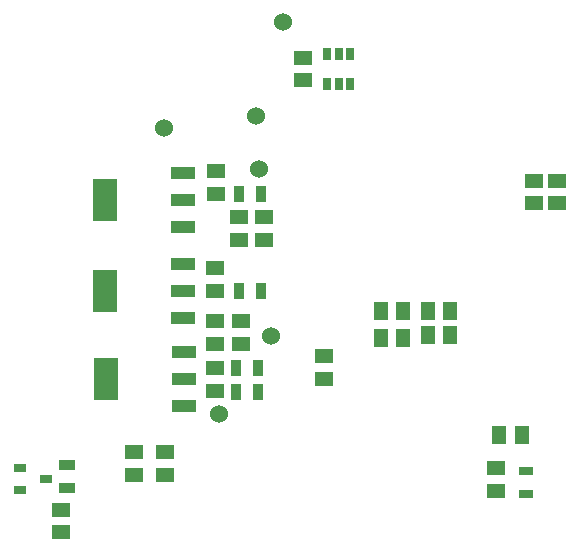
<source format=gbp>
%FSLAX34Y34*%
G04 Gerber Fmt 3.4, Leading zero omitted, Abs format*
G04 (created by PCBNEW (2014-06-12 BZR 4942)-product) date Mon 16 Jun 2014 06:59:23 PM PDT*
%MOIN*%
G01*
G70*
G90*
G04 APERTURE LIST*
%ADD10C,0.003937*%
%ADD11C,0.060000*%
%ADD12R,0.059000X0.051200*%
%ADD13R,0.051200X0.059000*%
%ADD14R,0.035000X0.055000*%
%ADD15R,0.055000X0.035000*%
%ADD16R,0.039400X0.031500*%
%ADD17R,0.047200X0.031500*%
%ADD18R,0.080000X0.144000*%
%ADD19R,0.080000X0.040000*%
%ADD20R,0.027600X0.039400*%
G04 APERTURE END LIST*
G54D10*
G54D11*
X56255Y-28031D03*
G54D12*
X53425Y-29310D03*
X53425Y-30060D03*
X56929Y-21475D03*
X56929Y-22225D03*
X54448Y-29310D03*
X54448Y-30060D03*
X57755Y-21475D03*
X57755Y-22225D03*
X56102Y-27264D03*
X56102Y-26514D03*
X56141Y-20689D03*
X56141Y-19939D03*
X66732Y-21004D03*
X66732Y-20254D03*
X67519Y-21004D03*
X67519Y-20254D03*
G54D13*
X62382Y-24606D03*
X61632Y-24606D03*
X62382Y-25492D03*
X61632Y-25492D03*
G54D12*
X59744Y-26101D03*
X59744Y-26851D03*
X56102Y-24939D03*
X56102Y-25689D03*
X56988Y-24939D03*
X56988Y-25689D03*
G54D13*
X66339Y-28740D03*
X65589Y-28740D03*
G54D12*
X65472Y-29841D03*
X65472Y-30591D03*
X56102Y-23918D03*
X56102Y-23168D03*
G54D13*
X63957Y-24606D03*
X63207Y-24606D03*
X63957Y-25393D03*
X63207Y-25393D03*
G54D12*
X59055Y-16910D03*
X59055Y-16160D03*
X50984Y-31219D03*
X50984Y-31969D03*
G54D14*
X56810Y-27283D03*
X57560Y-27283D03*
X56810Y-26496D03*
X57560Y-26496D03*
X56908Y-20688D03*
X57658Y-20688D03*
X56908Y-23937D03*
X57658Y-23937D03*
G54D15*
X51181Y-29743D03*
X51181Y-30493D03*
G54D11*
X57480Y-18110D03*
X58366Y-14960D03*
X57992Y-25433D03*
X54429Y-18503D03*
G54D16*
X50472Y-30196D03*
X49606Y-29821D03*
X49606Y-30571D03*
G54D17*
X66496Y-30708D03*
X66496Y-29920D03*
G54D11*
X57578Y-19881D03*
G54D18*
X52479Y-26850D03*
G54D19*
X55079Y-26850D03*
X55079Y-27750D03*
X55079Y-25950D03*
G54D18*
X52440Y-20905D03*
G54D19*
X55040Y-20905D03*
X55040Y-21805D03*
X55040Y-20005D03*
G54D18*
X52440Y-23937D03*
G54D19*
X55040Y-23937D03*
X55040Y-24837D03*
X55040Y-23037D03*
G54D20*
X59861Y-17035D03*
X60236Y-17035D03*
X60611Y-17035D03*
X60611Y-16035D03*
X60236Y-16035D03*
X59861Y-16035D03*
M02*

</source>
